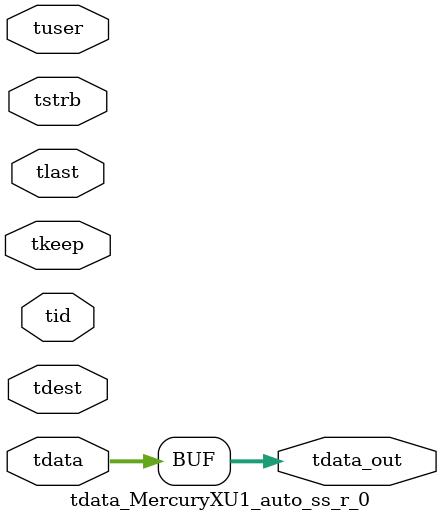
<source format=v>


`timescale 1ps/1ps

module tdata_MercuryXU1_auto_ss_r_0 #
(
parameter C_S_AXIS_TDATA_WIDTH = 32,
parameter C_S_AXIS_TUSER_WIDTH = 0,
parameter C_S_AXIS_TID_WIDTH   = 0,
parameter C_S_AXIS_TDEST_WIDTH = 0,
parameter C_M_AXIS_TDATA_WIDTH = 32
)
(
input  [(C_S_AXIS_TDATA_WIDTH == 0 ? 1 : C_S_AXIS_TDATA_WIDTH)-1:0     ] tdata,
input  [(C_S_AXIS_TUSER_WIDTH == 0 ? 1 : C_S_AXIS_TUSER_WIDTH)-1:0     ] tuser,
input  [(C_S_AXIS_TID_WIDTH   == 0 ? 1 : C_S_AXIS_TID_WIDTH)-1:0       ] tid,
input  [(C_S_AXIS_TDEST_WIDTH == 0 ? 1 : C_S_AXIS_TDEST_WIDTH)-1:0     ] tdest,
input  [(C_S_AXIS_TDATA_WIDTH/8)-1:0 ] tkeep,
input  [(C_S_AXIS_TDATA_WIDTH/8)-1:0 ] tstrb,
input                                                                    tlast,
output [C_M_AXIS_TDATA_WIDTH-1:0] tdata_out
);

assign tdata_out = {tdata[31:0]};

endmodule


</source>
